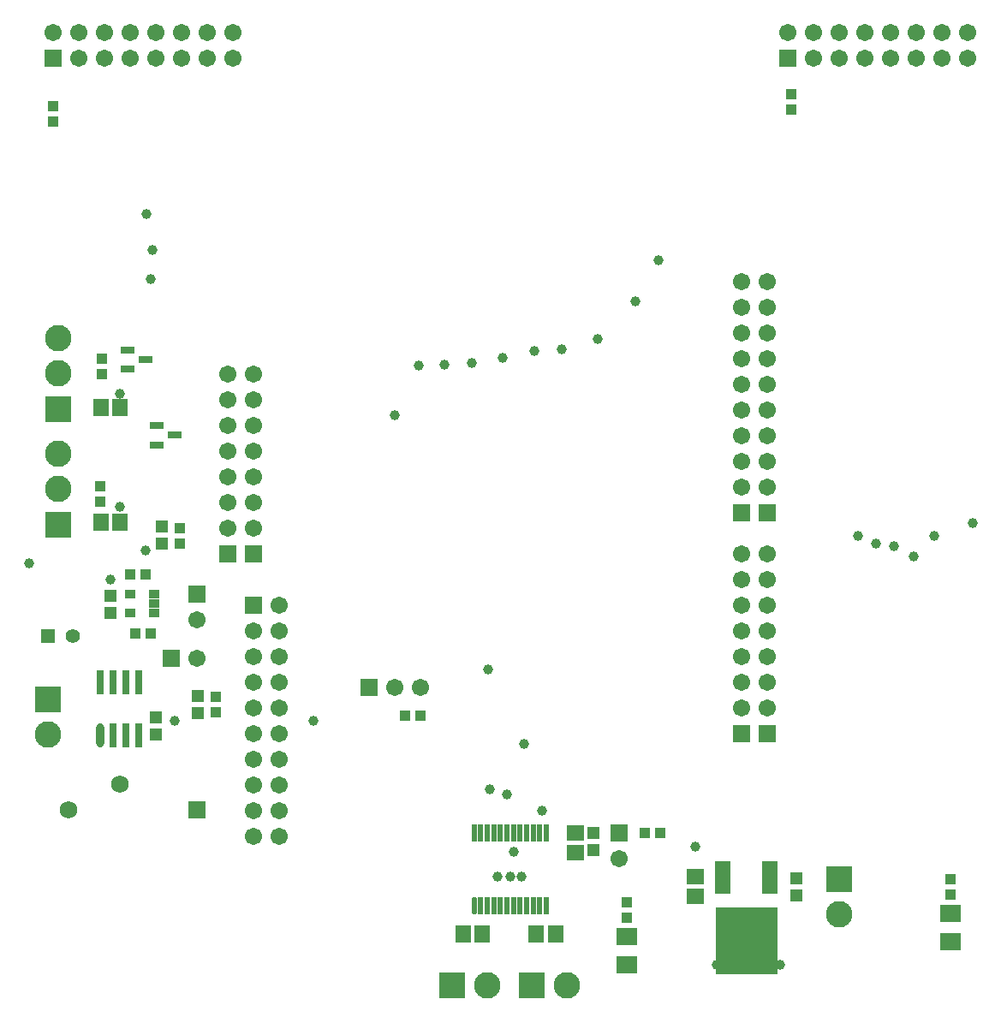
<source format=gts>
G04 Layer_Color=20142*
%FSLAX25Y25*%
%MOIN*%
G70*
G01*
G75*
%ADD46R,0.04300X0.04300*%
%ADD47R,0.05524X0.03162*%
%ADD48R,0.04300X0.04300*%
%ADD49R,0.06706X0.05918*%
%ADD50R,0.04737X0.05131*%
%ADD51R,0.05918X0.06706*%
%ADD52R,0.06312X0.12611*%
%ADD53R,0.24422X0.26391*%
%ADD54R,0.04343X0.03359*%
%ADD55O,0.01972X0.07090*%
%ADD56R,0.01972X0.07090*%
%ADD57R,0.03162X0.09461*%
%ADD58O,0.03162X0.09461*%
%ADD59R,0.07887X0.07099*%
%ADD60R,0.06706X0.06706*%
%ADD61C,0.06706*%
%ADD62R,0.06706X0.06706*%
%ADD63C,0.10300*%
%ADD64R,0.10300X0.10300*%
%ADD65R,0.10300X0.10300*%
%ADD66R,0.06800X0.06800*%
%ADD67C,0.06800*%
%ADD68C,0.05600*%
%ADD69R,0.05600X0.05600*%
%ADD70C,0.03900*%
D46*
X141000Y356000D02*
D03*
Y350000D02*
D03*
X140500Y306500D02*
D03*
Y300500D02*
D03*
X185500Y224500D02*
D03*
Y218500D02*
D03*
X409500Y459000D02*
D03*
Y453000D02*
D03*
X171500Y290000D02*
D03*
Y284000D02*
D03*
X122000Y454500D02*
D03*
Y448500D02*
D03*
X345500Y138500D02*
D03*
Y144500D02*
D03*
X471500Y147500D02*
D03*
Y153500D02*
D03*
D47*
X158087Y355760D02*
D03*
X151000Y352020D02*
D03*
Y359500D02*
D03*
X169587Y326260D02*
D03*
X162500Y322520D02*
D03*
Y330000D02*
D03*
D48*
X352500Y171500D02*
D03*
X358500D02*
D03*
X265000Y217000D02*
D03*
X259000Y217000D02*
D03*
X154000Y249000D02*
D03*
X160000D02*
D03*
X158000Y272000D02*
D03*
X152000D02*
D03*
D49*
X372000Y154240D02*
D03*
Y146760D02*
D03*
X325500Y171240D02*
D03*
Y163760D02*
D03*
D50*
X411500Y147153D02*
D03*
Y153847D02*
D03*
X178500Y218154D02*
D03*
Y224847D02*
D03*
X332500Y164654D02*
D03*
Y171346D02*
D03*
X162000Y209653D02*
D03*
Y216347D02*
D03*
X164500Y290846D02*
D03*
Y284154D02*
D03*
X144500Y263846D02*
D03*
Y257154D02*
D03*
D51*
X281760Y132000D02*
D03*
X289240D02*
D03*
X310260D02*
D03*
X317740D02*
D03*
X140760Y337000D02*
D03*
X148240D02*
D03*
X140760Y292500D02*
D03*
X148240D02*
D03*
D52*
X401000Y154000D02*
D03*
X382945D02*
D03*
D53*
X392000Y129394D02*
D03*
D54*
X152051Y257000D02*
D03*
Y264480D02*
D03*
X161500D02*
D03*
Y260740D02*
D03*
Y257000D02*
D03*
D55*
X286000Y143000D02*
D03*
D56*
X288559D02*
D03*
X291118D02*
D03*
X293677D02*
D03*
X296236D02*
D03*
X298795D02*
D03*
X301354D02*
D03*
X303913D02*
D03*
X306472D02*
D03*
X309032D02*
D03*
X311591D02*
D03*
X314150D02*
D03*
X286000Y171346D02*
D03*
X288559D02*
D03*
X291118D02*
D03*
X293677D02*
D03*
X296236D02*
D03*
X298795D02*
D03*
X301354D02*
D03*
X303913D02*
D03*
X306472D02*
D03*
X309032D02*
D03*
X311591D02*
D03*
X314150D02*
D03*
D57*
X145500Y209500D02*
D03*
X150500D02*
D03*
X155500D02*
D03*
X140500Y229972D02*
D03*
X145500D02*
D03*
X150500D02*
D03*
X155500D02*
D03*
D58*
X140500Y209500D02*
D03*
D59*
X345500Y119988D02*
D03*
Y131012D02*
D03*
X471500Y128988D02*
D03*
Y140012D02*
D03*
D60*
X342500Y171500D02*
D03*
X390000Y210000D02*
D03*
X400000D02*
D03*
X200000Y260000D02*
D03*
X178000Y264500D02*
D03*
X190000Y280000D02*
D03*
X200000D02*
D03*
X390000Y296000D02*
D03*
X400000D02*
D03*
D61*
X342500Y161500D02*
D03*
X408000Y483000D02*
D03*
X418000Y473000D02*
D03*
Y483000D02*
D03*
X428000Y473000D02*
D03*
X428000Y483000D02*
D03*
X438000Y473000D02*
D03*
Y483000D02*
D03*
X448000Y473000D02*
D03*
Y483000D02*
D03*
X458000Y473000D02*
D03*
Y483000D02*
D03*
X468000Y473000D02*
D03*
Y483000D02*
D03*
X478000Y473000D02*
D03*
X478000Y483000D02*
D03*
X122000D02*
D03*
X132000Y473000D02*
D03*
Y483000D02*
D03*
X142000Y473000D02*
D03*
X142000Y483000D02*
D03*
X152000Y473000D02*
D03*
Y483000D02*
D03*
X162000Y473000D02*
D03*
Y483000D02*
D03*
X172000Y473000D02*
D03*
Y483000D02*
D03*
X182000Y473000D02*
D03*
Y483000D02*
D03*
X192000Y473000D02*
D03*
X192000Y483000D02*
D03*
X265000Y228000D02*
D03*
X255000D02*
D03*
X390000Y280000D02*
D03*
Y270000D02*
D03*
Y260000D02*
D03*
Y250000D02*
D03*
Y240000D02*
D03*
Y230000D02*
D03*
Y220000D02*
D03*
X400000Y280000D02*
D03*
Y270000D02*
D03*
Y260000D02*
D03*
Y250000D02*
D03*
Y240000D02*
D03*
Y230000D02*
D03*
Y220000D02*
D03*
X178000Y239500D02*
D03*
X210000Y170000D02*
D03*
X200000D02*
D03*
X210000Y180000D02*
D03*
X200000D02*
D03*
X210000Y190000D02*
D03*
X200000Y190000D02*
D03*
X210000Y200000D02*
D03*
X200000D02*
D03*
X210000Y210000D02*
D03*
X200000D02*
D03*
X210000Y220000D02*
D03*
X200000D02*
D03*
X210000Y230000D02*
D03*
X200000D02*
D03*
X210000Y240000D02*
D03*
X200000Y240000D02*
D03*
X210000Y250000D02*
D03*
X200000D02*
D03*
X210000Y260000D02*
D03*
X178000Y254500D02*
D03*
X190000Y350000D02*
D03*
Y340000D02*
D03*
Y330000D02*
D03*
Y320000D02*
D03*
Y310000D02*
D03*
Y300000D02*
D03*
Y290000D02*
D03*
X200000Y350000D02*
D03*
Y340000D02*
D03*
Y330000D02*
D03*
Y320000D02*
D03*
Y310000D02*
D03*
Y300000D02*
D03*
Y290000D02*
D03*
X390000Y306000D02*
D03*
X390000Y326000D02*
D03*
Y336000D02*
D03*
Y346000D02*
D03*
X390000Y356000D02*
D03*
X390000Y366000D02*
D03*
Y376000D02*
D03*
Y386000D02*
D03*
Y316000D02*
D03*
X400000Y306000D02*
D03*
Y326000D02*
D03*
Y336000D02*
D03*
Y346000D02*
D03*
Y356000D02*
D03*
Y366000D02*
D03*
Y376000D02*
D03*
Y386000D02*
D03*
Y316000D02*
D03*
D62*
X408000Y473000D02*
D03*
X122000D02*
D03*
X245000Y228000D02*
D03*
X168000Y239500D02*
D03*
D63*
X322280Y112000D02*
D03*
X291280D02*
D03*
X428000Y139720D02*
D03*
X120000Y209720D02*
D03*
X124000Y319059D02*
D03*
Y305279D02*
D03*
Y364059D02*
D03*
Y350279D02*
D03*
D64*
X308500Y112000D02*
D03*
X277500D02*
D03*
D65*
X428000Y153500D02*
D03*
X120000Y223500D02*
D03*
X124000Y291500D02*
D03*
Y336500D02*
D03*
D66*
X178000Y180500D02*
D03*
D67*
X128000D02*
D03*
X148000Y190500D02*
D03*
D68*
X129800Y248000D02*
D03*
D69*
X120000D02*
D03*
D70*
X112733Y276233D02*
D03*
X148240Y298500D02*
D03*
Y342500D02*
D03*
X169500Y215000D02*
D03*
X223500D02*
D03*
X372000Y166000D02*
D03*
X305500Y206000D02*
D03*
X304500Y154500D02*
D03*
X300000D02*
D03*
X295000D02*
D03*
X158000Y281500D02*
D03*
X144500Y270000D02*
D03*
X301354Y164000D02*
D03*
X291500Y235000D02*
D03*
X298795Y186500D02*
D03*
X292000Y188500D02*
D03*
X312500Y180000D02*
D03*
X380500Y120000D02*
D03*
X384000D02*
D03*
X387500D02*
D03*
X391000D02*
D03*
X394500D02*
D03*
X398000D02*
D03*
X401500D02*
D03*
X405000D02*
D03*
X160912Y398500D02*
D03*
X158500Y412500D02*
D03*
X255000Y334000D02*
D03*
X264405Y353500D02*
D03*
X274500Y353696D02*
D03*
X285000Y354296D02*
D03*
X297103Y356500D02*
D03*
X309500Y358998D02*
D03*
X320000Y359598D02*
D03*
X334000Y363699D02*
D03*
X348801Y378500D02*
D03*
X357862Y394500D02*
D03*
X480161Y292000D02*
D03*
X465250Y287059D02*
D03*
X457000Y279000D02*
D03*
X449500Y283063D02*
D03*
X442392Y284000D02*
D03*
X435492Y287000D02*
D03*
X160000Y387000D02*
D03*
M02*

</source>
